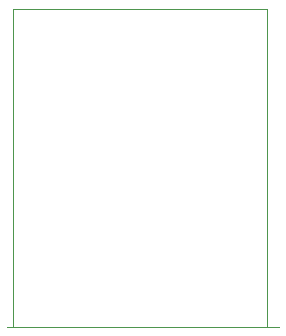
<source format=gbr>
G04 #@! TF.FileFunction,Profile,NP*
%FSLAX46Y46*%
G04 Gerber Fmt 4.6, Leading zero omitted, Abs format (unit mm)*
G04 Created by KiCad (PCBNEW (2014-11-21 BZR 5297)-product) date Mo 02 Feb 2015 01:28:56 CET*
%MOMM*%
G01*
G04 APERTURE LIST*
%ADD10C,0.150000*%
%ADD11C,0.100000*%
G04 APERTURE END LIST*
D10*
D11*
X155000000Y-99000000D02*
X154500000Y-99000000D01*
X176000000Y-99000000D02*
X176000000Y-126000000D01*
X155000000Y-99000000D02*
X176000000Y-99000000D01*
X154500000Y-126000000D02*
X154500000Y-99000000D01*
X154000000Y-126000000D02*
X155000000Y-126000000D01*
X177000000Y-126000000D02*
X154000000Y-126000000D01*
M02*

</source>
